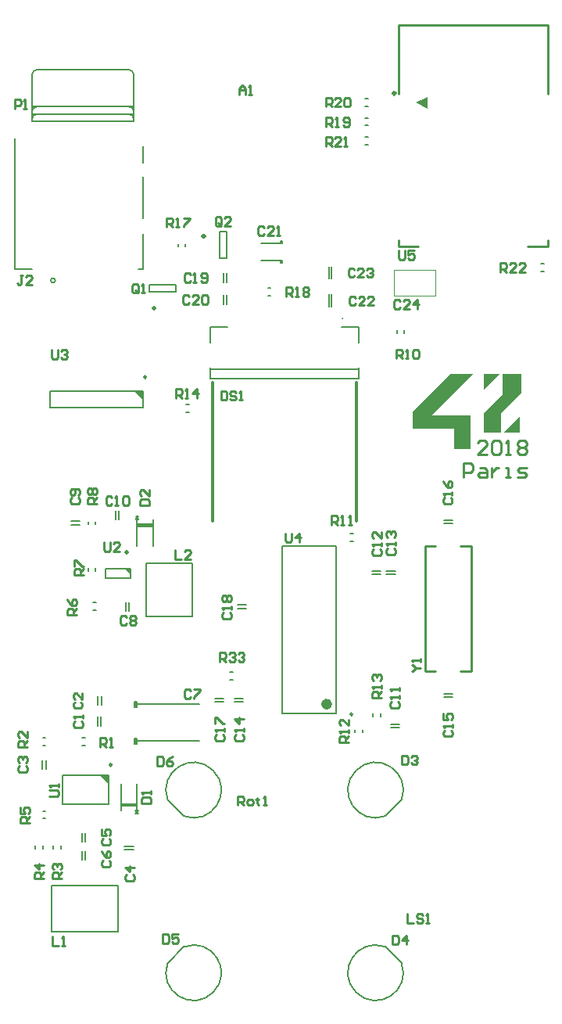
<source format=gto>
G04 Layer_Color=65535*
%FSLAX44Y44*%
%MOMM*%
G71*
G01*
G75*
%ADD35C,0.5000*%
%ADD36C,0.2000*%
%ADD38C,0.3000*%
%ADD49C,0.1270*%
%ADD50C,0.6000*%
%ADD51C,0.2500*%
%ADD52C,0.1016*%
%ADD53C,0.2540*%
G36*
X503750Y683250D02*
X458866Y638366D01*
Y638302D01*
X501538D01*
Y601726D01*
X483250D01*
Y624078D01*
X438546D01*
Y642366D01*
X479430Y683250D01*
X503750D01*
Y683250D01*
D02*
G37*
G36*
X556402Y662686D02*
X534050Y640334D01*
Y620014D01*
X515762D01*
Y641350D01*
X536082Y661670D01*
Y683006D01*
X556402D01*
Y662686D01*
D02*
G37*
G36*
X109560Y239280D02*
X99560Y249280D01*
X109560D01*
Y239280D01*
D02*
G37*
G36*
X132780Y466720D02*
X127170Y472330D01*
X132780D01*
Y466720D01*
D02*
G37*
G36*
X532756Y683006D02*
X515762Y666012D01*
X515762Y683006D01*
X532756Y683006D01*
D02*
G37*
G36*
X454650Y970650D02*
X441950Y977000D01*
X454650Y983350D01*
Y970650D01*
D02*
G37*
G36*
X554370Y620014D02*
X537376Y620014D01*
X554370Y637008D01*
X554370Y620014D01*
D02*
G37*
G36*
X146350Y655000D02*
X136350Y665000D01*
X146350D01*
Y655000D01*
D02*
G37*
D35*
X128845Y489952D02*
X128798Y490000D01*
X128750Y489952D01*
X128798Y489905D01*
X128845Y489952D01*
X212298Y832595D02*
X212250Y832548D01*
X212298Y832500D01*
X212345Y832548D01*
X212298Y832595D01*
X158155Y754798D02*
X158202Y754750D01*
X158250Y754798D01*
X158202Y754845D01*
X158155Y754798D01*
D36*
X51500Y784500D02*
G03*
X51500Y784500I-2500J0D01*
G01*
X190898Y204870D02*
G03*
X173406Y222302I10553J28082D01*
G01*
X173369Y45812D02*
G03*
X190802Y63304I28082J-10553D01*
G01*
X409081Y63341D02*
G03*
X426574Y45908I-10553J-28082D01*
G01*
X426611Y222398D02*
G03*
X409179Y204906I-28082J10553D01*
G01*
X175000Y421200D02*
X200000D01*
Y478800D01*
X150000D02*
X200000D01*
X150000Y421200D02*
Y478800D01*
Y421200D02*
X175000D01*
X119650Y79500D02*
Y104500D01*
X47350Y79500D02*
X119650D01*
X47350D02*
Y129500D01*
X119650D01*
Y104500D02*
Y129500D01*
X297500Y497000D02*
X355500D01*
X297500Y316000D02*
X355500D01*
X297500D02*
Y497000D01*
X355500Y316000D02*
Y497000D01*
X173466Y222302D02*
X190898Y204870D01*
X173369Y45812D02*
X190802Y63244D01*
X409081Y63341D02*
X426514Y45908D01*
X409179Y204966D02*
X426611Y222398D01*
D38*
X420250Y987250D02*
G03*
X420250Y987250I-1500J0D01*
G01*
X222000Y524000D02*
Y674000D01*
X378000Y524000D02*
Y674000D01*
D49*
X31500Y964500D02*
G03*
X26500Y959500I0J-5000D01*
G01*
X31500Y972500D02*
G03*
X26500Y967500I0J-5000D01*
G01*
X31500Y1012500D02*
G03*
X26500Y1007500I0J-5000D01*
G01*
X136500Y959500D02*
G03*
X131500Y964500I-5000J0D01*
G01*
X136500Y967500D02*
G03*
X131500Y972500I-5000J0D01*
G01*
X136500Y1007500D02*
G03*
X131500Y1012500I-5000J0D01*
G01*
X363040Y743500D02*
G03*
X363040Y743500I-540J0D01*
G01*
X193476Y641936D02*
X196524D01*
X193476Y650064D02*
X196524D01*
X146500Y912000D02*
Y929500D01*
Y852000D02*
Y897000D01*
Y802500D02*
Y834500D01*
X26500Y959500D02*
Y964500D01*
X31500D01*
X131500D01*
X136500D01*
Y959500D02*
Y964500D01*
X26500Y967500D02*
Y972500D01*
X31500D01*
X131500D01*
X136500D01*
Y967500D02*
Y972500D01*
X26500Y956500D02*
X136500D01*
X31500Y1012500D02*
X131500D01*
X26500Y956500D02*
Y959500D01*
Y964500D02*
Y967500D01*
Y972500D02*
Y1007500D01*
X136500Y956500D02*
Y959500D01*
Y964500D02*
Y967500D01*
Y972500D02*
Y1007500D01*
X142000Y797000D02*
X146500D01*
Y802500D01*
X8000Y797000D02*
X26500D01*
X8000D02*
Y938500D01*
X219500Y688500D02*
X380500D01*
Y678500D02*
Y690000D01*
X219500Y678500D02*
X380500D01*
X219500D02*
Y690000D01*
X380500Y717000D02*
Y734500D01*
X361500D02*
X380500D01*
X219500D02*
X238500D01*
X219500Y717000D02*
Y734500D01*
X137500Y286000D02*
X207500D01*
X137500Y283000D02*
Y289000D01*
Y323000D02*
Y329000D01*
Y326000D02*
X207500D01*
X137500Y283000D02*
X139500D01*
Y286000D01*
X138500Y283000D02*
Y286000D01*
X137500Y289000D02*
X139500D01*
Y286000D02*
Y289000D01*
X138500Y286000D02*
Y289000D01*
X137500Y329000D02*
X139500D01*
Y326000D02*
Y329000D01*
X138500Y326000D02*
Y329000D01*
X137500Y323000D02*
X139500D01*
Y326000D01*
X138500Y323000D02*
Y326000D01*
X297750Y803500D02*
Y806500D01*
X274750D02*
X297750D01*
X274750Y824500D02*
X297750D01*
Y827500D01*
X295750D02*
X297750D01*
X295750Y824500D02*
Y827500D01*
X296750Y824500D02*
Y827500D01*
X295750Y803500D02*
X297750D01*
X295750D02*
Y806500D01*
X296750Y803500D02*
Y806500D01*
X350996Y786238D02*
Y799262D01*
X348004Y786238D02*
Y799262D01*
Y756488D02*
Y769512D01*
X350996Y756488D02*
Y769512D01*
X240976Y352436D02*
X244024D01*
X240976Y360564D02*
X244024D01*
X387476Y931436D02*
X390524D01*
X387476Y939564D02*
X390524D01*
X387476Y981064D02*
X390524D01*
X387476Y972936D02*
X390524D01*
X387476Y952186D02*
X390524D01*
X387476Y960314D02*
X390524D01*
X281976Y768186D02*
X285024D01*
X281976Y776314D02*
X285024D01*
X192564Y821226D02*
Y824274D01*
X184436Y821226D02*
Y824274D01*
X404064Y312476D02*
Y315524D01*
X395936Y312476D02*
Y315524D01*
X384564Y295476D02*
Y298524D01*
X376436Y295476D02*
Y298524D01*
X370976Y510564D02*
X374024D01*
X370976Y502436D02*
X374024D01*
X87186Y520476D02*
Y523524D01*
X95314Y520476D02*
Y523524D01*
X87186Y470226D02*
Y473274D01*
X95314Y470226D02*
Y473274D01*
X92726Y427686D02*
X95774D01*
X92726Y435814D02*
X95774D01*
X37976Y210314D02*
X41024D01*
X37976Y202186D02*
X41024D01*
X38134Y169726D02*
Y172774D01*
X30006Y169726D02*
Y172774D01*
X49436Y169726D02*
Y172774D01*
X57564Y169726D02*
Y172774D01*
X37976Y281186D02*
X41024D01*
X37976Y289314D02*
X41024D01*
X80976Y281186D02*
X84024D01*
X80976Y289314D02*
X84024D01*
X577976Y802564D02*
X581024D01*
X577976Y794436D02*
X581024D01*
X421703Y727476D02*
Y730524D01*
X429831Y727476D02*
Y730524D01*
X233972Y758988D02*
Y768512D01*
X237528Y758988D02*
Y768512D01*
Y782738D02*
Y792262D01*
X233972Y782738D02*
Y792262D01*
X248738Y433278D02*
X258262D01*
X248738Y429722D02*
X258262D01*
X224738Y332278D02*
X234262D01*
X224738Y328722D02*
X234262D01*
X245738Y332278D02*
X255262D01*
X245738Y328722D02*
X255262D01*
X410238Y466222D02*
X419762D01*
X410238Y469778D02*
X419762D01*
X394738Y466222D02*
X404262D01*
X394738Y469778D02*
X404262D01*
X472238Y521722D02*
X481762D01*
X472238Y525278D02*
X481762D01*
X472238Y337278D02*
X481762D01*
X472238Y333722D02*
X481762D01*
X414738Y304278D02*
X424262D01*
X414738Y300722D02*
X424262D01*
X116972Y525738D02*
Y535262D01*
X120528Y525738D02*
Y535262D01*
X68488Y520222D02*
X78012D01*
X68488Y523778D02*
X78012D01*
X127722Y426738D02*
Y436262D01*
X131278Y426738D02*
Y436262D01*
X84108Y157608D02*
Y167132D01*
X80552Y157608D02*
Y167132D01*
X84108Y176658D02*
Y186182D01*
X80552Y176658D02*
Y186182D01*
X126738Y168222D02*
X136262D01*
X126738Y171778D02*
X136262D01*
X37722Y255488D02*
Y265012D01*
X41278Y255488D02*
Y265012D01*
X101528Y324988D02*
Y334512D01*
X97972Y324988D02*
Y334512D01*
X101278Y302738D02*
Y312262D01*
X97722Y302738D02*
Y312262D01*
X105780Y472330D02*
X132780Y472330D01*
X105780Y462170D02*
Y472330D01*
Y462170D02*
X132780Y462170D01*
Y472330D01*
X229690Y837500D02*
X237310D01*
Y808500D02*
Y837500D01*
X229690Y808500D02*
X237310D01*
X229690D02*
Y837500D01*
X153250Y772190D02*
Y779810D01*
X182250D01*
Y772190D02*
Y779810D01*
X153250Y772190D02*
X182250D01*
X45650Y665000D02*
X146350D01*
X45650Y647000D02*
X146350D01*
Y665000D01*
X45650Y647000D02*
Y665000D01*
X59560Y217280D02*
Y249280D01*
X109560Y217280D02*
Y249280D01*
X59560Y217280D02*
X109560D01*
X59560Y249280D02*
X109560D01*
X140250Y520500D02*
X157250D01*
X140250Y518500D02*
X157250D01*
Y497000D02*
Y526000D01*
X140250Y497022D02*
Y526000D01*
Y519500D02*
X157250D01*
X140250Y526000D02*
Y529000D01*
X141750Y526000D01*
X138750D02*
X140250Y529000D01*
X138750Y526000D02*
X141750D01*
X138750Y529000D02*
X141750D01*
X123000Y216000D02*
X140000D01*
X123000Y218000D02*
X140000D01*
X123000Y210500D02*
Y239500D01*
X140000Y210500D02*
Y239478D01*
X123000Y217000D02*
X140000D01*
Y207500D02*
Y210500D01*
X138500D02*
X140000Y207500D01*
X141500Y210500D01*
X138500D02*
X141500D01*
X138500Y207500D02*
X141500D01*
D50*
X348500Y326000D02*
G03*
X348500Y326000I-3000J0D01*
G01*
D51*
X373750Y314950D02*
G03*
X373750Y314950I-1250J0D01*
G01*
X150200Y680000D02*
G03*
X150200Y680000I-1250J0D01*
G01*
X112810Y260280D02*
G03*
X112810Y260280I-1250J0D01*
G01*
D52*
X418775Y795970D02*
X463225D01*
Y768030D02*
Y795970D01*
X418775Y768030D02*
X463225D01*
X418775D02*
Y795970D01*
D53*
X423415Y986165D02*
Y1060710D01*
Y821317D02*
Y827835D01*
X585088Y986162D02*
Y1060710D01*
Y821317D02*
Y827838D01*
X423415Y1060710D02*
X585088D01*
X423415Y821317D02*
X444933D01*
X563567D02*
X585088D01*
X452000Y361500D02*
Y497500D01*
Y361500D02*
X463500D01*
X452000Y497500D02*
X463500D01*
X490500D02*
X502000D01*
X490500Y361500D02*
X502000D01*
Y497500D01*
X519544Y596168D02*
X509387D01*
X519544Y606325D01*
Y608864D01*
X517005Y611403D01*
X511926D01*
X509387Y608864D01*
X524622D02*
X527161Y611403D01*
X532240D01*
X534779Y608864D01*
Y598707D01*
X532240Y596168D01*
X527161D01*
X524622Y598707D01*
Y608864D01*
X539857Y596168D02*
X544936D01*
X542397D01*
Y611403D01*
X539857Y608864D01*
X552553D02*
X555093Y611403D01*
X560171D01*
X562710Y608864D01*
Y606325D01*
X560171Y603786D01*
X562710Y601246D01*
Y598707D01*
X560171Y596168D01*
X555093D01*
X552553Y598707D01*
Y601246D01*
X555093Y603786D01*
X552553Y606325D01*
Y608864D01*
X555093Y603786D02*
X560171D01*
X494152Y571790D02*
Y587025D01*
X501770D01*
X504309Y584486D01*
Y579408D01*
X501770Y576868D01*
X494152D01*
X511926Y581947D02*
X517005D01*
X519544Y579408D01*
Y571790D01*
X511926D01*
X509387Y574329D01*
X511926Y576868D01*
X519544D01*
X524622Y581947D02*
Y571790D01*
Y576868D01*
X527161Y579408D01*
X529701Y581947D01*
X532240D01*
X539857Y571790D02*
X544936D01*
X542397D01*
Y581947D01*
X539857D01*
X552553Y571790D02*
X560171D01*
X562710Y574329D01*
X560171Y576868D01*
X555093D01*
X552553Y579408D01*
X555093Y581947D01*
X562710D01*
X182000Y657000D02*
Y666997D01*
X186998D01*
X188664Y665331D01*
Y661998D01*
X186998Y660332D01*
X182000D01*
X185332D02*
X188664Y657000D01*
X191997D02*
X195329D01*
X193663D01*
Y666997D01*
X191997Y665331D01*
X205326Y657000D02*
Y666997D01*
X200327Y661998D01*
X206992D01*
X420767Y700000D02*
Y709997D01*
X425765D01*
X427431Y708331D01*
Y704998D01*
X425765Y703332D01*
X420767D01*
X424099D02*
X427431Y700000D01*
X430764D02*
X434096D01*
X432430D01*
Y709997D01*
X430764Y708331D01*
X439094D02*
X440760Y709997D01*
X444093D01*
X445759Y708331D01*
Y701666D01*
X444093Y700000D01*
X440760D01*
X439094Y701666D01*
Y708331D01*
X534000Y793500D02*
Y803497D01*
X538998D01*
X540664Y801831D01*
Y798498D01*
X538998Y796832D01*
X534000D01*
X537332D02*
X540664Y793500D01*
X550661D02*
X543997D01*
X550661Y800164D01*
Y801831D01*
X548995Y803497D01*
X545663D01*
X543997Y801831D01*
X560658Y793500D02*
X553994D01*
X560658Y800164D01*
Y801831D01*
X558992Y803497D01*
X555660D01*
X553994Y801831D01*
X250952Y986028D02*
Y992692D01*
X254284Y996025D01*
X257617Y992692D01*
Y986028D01*
Y991026D01*
X250952D01*
X260949Y986028D02*
X264281D01*
X262615D01*
Y996025D01*
X260949Y994359D01*
X73169Y307665D02*
X71503Y305998D01*
Y302666D01*
X73169Y301000D01*
X79834D01*
X81500Y302666D01*
Y305998D01*
X79834Y307665D01*
X81500Y310997D02*
Y314329D01*
Y312663D01*
X71503D01*
X73169Y310997D01*
X72669Y328164D02*
X71003Y326498D01*
Y323166D01*
X72669Y321500D01*
X79334D01*
X81000Y323166D01*
Y326498D01*
X79334Y328164D01*
X81000Y338161D02*
Y331497D01*
X74335Y338161D01*
X72669D01*
X71003Y336495D01*
Y333163D01*
X72669Y331497D01*
X13169Y259165D02*
X11503Y257498D01*
Y254166D01*
X13169Y252500D01*
X19834D01*
X21500Y254166D01*
Y257498D01*
X19834Y259165D01*
X13169Y262497D02*
X11503Y264163D01*
Y267495D01*
X13169Y269161D01*
X14835D01*
X16502Y267495D01*
Y265829D01*
Y267495D01*
X18168Y269161D01*
X19834D01*
X21500Y267495D01*
Y264163D01*
X19834Y262497D01*
X128669Y141165D02*
X127003Y139498D01*
Y136166D01*
X128669Y134500D01*
X135334D01*
X137000Y136166D01*
Y139498D01*
X135334Y141165D01*
X137000Y149495D02*
X127003D01*
X132002Y144497D01*
Y151161D01*
X103169Y180665D02*
X101503Y178998D01*
Y175666D01*
X103169Y174000D01*
X109834D01*
X111500Y175666D01*
Y178998D01*
X109834Y180665D01*
X101503Y190661D02*
Y183997D01*
X106502D01*
X104836Y187329D01*
Y188995D01*
X106502Y190661D01*
X109834D01*
X111500Y188995D01*
Y185663D01*
X109834Y183997D01*
X103169Y156664D02*
X101503Y154998D01*
Y151666D01*
X103169Y150000D01*
X109834D01*
X111500Y151666D01*
Y154998D01*
X109834Y156664D01*
X101503Y166661D02*
X103169Y163329D01*
X106502Y159997D01*
X109834D01*
X111500Y161663D01*
Y164995D01*
X109834Y166661D01*
X108168D01*
X106502Y164995D01*
Y159997D01*
X198165Y340331D02*
X196498Y341997D01*
X193166D01*
X191500Y340331D01*
Y333666D01*
X193166Y332000D01*
X196498D01*
X198165Y333666D01*
X201497Y341997D02*
X208161D01*
Y340331D01*
X201497Y333666D01*
Y332000D01*
X128665Y419831D02*
X126998Y421497D01*
X123666D01*
X122000Y419831D01*
Y413166D01*
X123666Y411500D01*
X126998D01*
X128665Y413166D01*
X131997Y419831D02*
X133663Y421497D01*
X136995D01*
X138661Y419831D01*
Y418164D01*
X136995Y416498D01*
X138661Y414832D01*
Y413166D01*
X136995Y411500D01*
X133663D01*
X131997Y413166D01*
Y414832D01*
X133663Y416498D01*
X131997Y418164D01*
Y419831D01*
X133663Y416498D02*
X136995D01*
X69669Y549165D02*
X68003Y547498D01*
Y544166D01*
X69669Y542500D01*
X76334D01*
X78000Y544166D01*
Y547498D01*
X76334Y549165D01*
Y552497D02*
X78000Y554163D01*
Y557495D01*
X76334Y559161D01*
X69669D01*
X68003Y557495D01*
Y554163D01*
X69669Y552497D01*
X71336D01*
X73002Y554163D01*
Y559161D01*
X113165Y549831D02*
X111498Y551497D01*
X108166D01*
X106500Y549831D01*
Y543166D01*
X108166Y541500D01*
X111498D01*
X113165Y543166D01*
X116497Y541500D02*
X119829D01*
X118163D01*
Y551497D01*
X116497Y549831D01*
X124827D02*
X126494Y551497D01*
X129826D01*
X131492Y549831D01*
Y543166D01*
X129826Y541500D01*
X126494D01*
X124827Y543166D01*
Y549831D01*
X416169Y328665D02*
X414503Y326998D01*
Y323666D01*
X416169Y322000D01*
X422834D01*
X424500Y323666D01*
Y326998D01*
X422834Y328665D01*
X424500Y331997D02*
Y335329D01*
Y333663D01*
X414503D01*
X416169Y331997D01*
X424500Y340327D02*
Y343660D01*
Y341994D01*
X414503D01*
X416169Y340327D01*
X473669Y297665D02*
X472003Y295998D01*
Y292666D01*
X473669Y291000D01*
X480334D01*
X482000Y292666D01*
Y295998D01*
X480334Y297665D01*
X482000Y300997D02*
Y304329D01*
Y302663D01*
X472003D01*
X473669Y300997D01*
X472003Y315992D02*
Y309327D01*
X477002D01*
X475336Y312660D01*
Y314326D01*
X477002Y315992D01*
X480334D01*
X482000Y314326D01*
Y310994D01*
X480334Y309327D01*
X473169Y549165D02*
X471503Y547498D01*
Y544166D01*
X473169Y542500D01*
X479834D01*
X481500Y544166D01*
Y547498D01*
X479834Y549165D01*
X481500Y552497D02*
Y555829D01*
Y554163D01*
X471503D01*
X473169Y552497D01*
X471503Y567492D02*
X473169Y564160D01*
X476502Y560827D01*
X479834D01*
X481500Y562494D01*
Y565826D01*
X479834Y567492D01*
X478168D01*
X476502Y565826D01*
Y560827D01*
X396169Y493664D02*
X394503Y491998D01*
Y488666D01*
X396169Y487000D01*
X402834D01*
X404500Y488666D01*
Y491998D01*
X402834Y493664D01*
X404500Y496997D02*
Y500329D01*
Y498663D01*
X394503D01*
X396169Y496997D01*
X404500Y511992D02*
Y505327D01*
X397836Y511992D01*
X396169D01*
X394503Y510326D01*
Y506993D01*
X396169Y505327D01*
X411669Y494664D02*
X410003Y492998D01*
Y489666D01*
X411669Y488000D01*
X418334D01*
X420000Y489666D01*
Y492998D01*
X418334Y494664D01*
X420000Y497997D02*
Y501329D01*
Y499663D01*
X410003D01*
X411669Y497997D01*
Y506327D02*
X410003Y507994D01*
Y511326D01*
X411669Y512992D01*
X413335D01*
X415002Y511326D01*
Y509660D01*
Y511326D01*
X416668Y512992D01*
X418334D01*
X420000Y511326D01*
Y507994D01*
X418334Y506327D01*
X247169Y293165D02*
X245503Y291498D01*
Y288166D01*
X247169Y286500D01*
X253834D01*
X255500Y288166D01*
Y291498D01*
X253834Y293165D01*
X255500Y296497D02*
Y299829D01*
Y298163D01*
X245503D01*
X247169Y296497D01*
X255500Y309826D02*
X245503D01*
X250502Y304827D01*
Y311492D01*
X226169Y293165D02*
X224503Y291498D01*
Y288166D01*
X226169Y286500D01*
X232834D01*
X234500Y288166D01*
Y291498D01*
X232834Y293165D01*
X234500Y296497D02*
Y299829D01*
Y298163D01*
X224503D01*
X226169Y296497D01*
X224503Y304827D02*
Y311492D01*
X226169D01*
X232834Y304827D01*
X234500D01*
X233669Y425164D02*
X232003Y423498D01*
Y420166D01*
X233669Y418500D01*
X240334D01*
X242000Y420166D01*
Y423498D01*
X240334Y425164D01*
X242000Y428497D02*
Y431829D01*
Y430163D01*
X232003D01*
X233669Y428497D01*
Y436827D02*
X232003Y438493D01*
Y441826D01*
X233669Y443492D01*
X235336D01*
X237002Y441826D01*
X238668Y443492D01*
X240334D01*
X242000Y441826D01*
Y438493D01*
X240334Y436827D01*
X238668D01*
X237002Y438493D01*
X235336Y436827D01*
X233669D01*
X237002Y438493D02*
Y441826D01*
X197915Y790581D02*
X196248Y792247D01*
X192916D01*
X191250Y790581D01*
Y783916D01*
X192916Y782250D01*
X196248D01*
X197915Y783916D01*
X201247Y782250D02*
X204579D01*
X202913D01*
Y792247D01*
X201247Y790581D01*
X209577Y783916D02*
X211243Y782250D01*
X214576D01*
X216242Y783916D01*
Y790581D01*
X214576Y792247D01*
X211243D01*
X209577Y790581D01*
Y788914D01*
X211243Y787248D01*
X216242D01*
X196665Y767081D02*
X194998Y768747D01*
X191666D01*
X190000Y767081D01*
Y760416D01*
X191666Y758750D01*
X194998D01*
X196665Y760416D01*
X206661Y758750D02*
X199997D01*
X206661Y765415D01*
Y767081D01*
X204995Y768747D01*
X201663D01*
X199997Y767081D01*
X209993D02*
X211660Y768747D01*
X214992D01*
X216658Y767081D01*
Y760416D01*
X214992Y758750D01*
X211660D01*
X209993Y760416D01*
Y767081D01*
X278165Y841331D02*
X276498Y842997D01*
X273166D01*
X271500Y841331D01*
Y834666D01*
X273166Y833000D01*
X276498D01*
X278165Y834666D01*
X288161Y833000D02*
X281497D01*
X288161Y839665D01*
Y841331D01*
X286495Y842997D01*
X283163D01*
X281497Y841331D01*
X291493Y833000D02*
X294826D01*
X293160D01*
Y842997D01*
X291493Y841331D01*
X376665Y765831D02*
X374998Y767497D01*
X371666D01*
X370000Y765831D01*
Y759166D01*
X371666Y757500D01*
X374998D01*
X376665Y759166D01*
X386661Y757500D02*
X379997D01*
X386661Y764165D01*
Y765831D01*
X384995Y767497D01*
X381663D01*
X379997Y765831D01*
X396658Y757500D02*
X389994D01*
X396658Y764165D01*
Y765831D01*
X394992Y767497D01*
X391660D01*
X389994Y765831D01*
X375664Y796331D02*
X373998Y797997D01*
X370666D01*
X369000Y796331D01*
Y789666D01*
X370666Y788000D01*
X373998D01*
X375664Y789666D01*
X385661Y788000D02*
X378997D01*
X385661Y794665D01*
Y796331D01*
X383995Y797997D01*
X380663D01*
X378997Y796331D01*
X388994D02*
X390660Y797997D01*
X393992D01*
X395658Y796331D01*
Y794665D01*
X393992Y792998D01*
X392326D01*
X393992D01*
X395658Y791332D01*
Y789666D01*
X393992Y788000D01*
X390660D01*
X388994Y789666D01*
X425415Y762081D02*
X423748Y763747D01*
X420416D01*
X418750Y762081D01*
Y755416D01*
X420416Y753750D01*
X423748D01*
X425415Y755416D01*
X435411Y753750D02*
X428747D01*
X435411Y760415D01*
Y762081D01*
X433745Y763747D01*
X430413D01*
X428747Y762081D01*
X443742Y753750D02*
Y763747D01*
X438744Y758748D01*
X445408D01*
X145003Y218500D02*
X155000D01*
Y223498D01*
X153334Y225165D01*
X146669D01*
X145003Y223498D01*
Y218500D01*
X155000Y228497D02*
Y231829D01*
Y230163D01*
X145003D01*
X146669Y228497D01*
X143503Y541500D02*
X153500D01*
Y546498D01*
X151834Y548164D01*
X145169D01*
X143503Y546498D01*
Y541500D01*
X153500Y558161D02*
Y551497D01*
X146835Y558161D01*
X145169D01*
X143503Y556495D01*
Y553163D01*
X145169Y551497D01*
X427000Y270497D02*
Y260500D01*
X431998D01*
X433665Y262166D01*
Y268831D01*
X431998Y270497D01*
X427000D01*
X436997Y268831D02*
X438663Y270497D01*
X441995D01*
X443661Y268831D01*
Y267164D01*
X441995Y265498D01*
X440329D01*
X441995D01*
X443661Y263832D01*
Y262166D01*
X441995Y260500D01*
X438663D01*
X436997Y262166D01*
X416750Y75747D02*
Y65750D01*
X421748D01*
X423414Y67416D01*
Y74081D01*
X421748Y75747D01*
X416750D01*
X431745Y65750D02*
Y75747D01*
X426747Y70748D01*
X433411D01*
X168250Y77247D02*
Y67250D01*
X173248D01*
X174914Y68916D01*
Y75581D01*
X173248Y77247D01*
X168250D01*
X184911D02*
X178247D01*
Y72248D01*
X181579Y73914D01*
X183245D01*
X184911Y72248D01*
Y68916D01*
X183245Y67250D01*
X179913D01*
X178247Y68916D01*
X161750Y268997D02*
Y259000D01*
X166748D01*
X168414Y260666D01*
Y267331D01*
X166748Y268997D01*
X161750D01*
X178411D02*
X175079Y267331D01*
X171747Y263998D01*
Y260666D01*
X173413Y259000D01*
X176745D01*
X178411Y260666D01*
Y262332D01*
X176745Y263998D01*
X171747D01*
X231000Y664997D02*
Y655000D01*
X235998D01*
X237665Y656666D01*
Y663331D01*
X235998Y664997D01*
X231000D01*
X247661Y663331D02*
X245995Y664997D01*
X242663D01*
X240997Y663331D01*
Y661665D01*
X242663Y659998D01*
X245995D01*
X247661Y658332D01*
Y656666D01*
X245995Y655000D01*
X242663D01*
X240997Y656666D01*
X250994Y655000D02*
X254326D01*
X252660D01*
Y664997D01*
X250994Y663331D01*
X16665Y789997D02*
X13332D01*
X14998D01*
Y781666D01*
X13332Y780000D01*
X11666D01*
X10000Y781666D01*
X26661Y780000D02*
X19997D01*
X26661Y786665D01*
Y788331D01*
X24995Y789997D01*
X21663D01*
X19997Y788331D01*
X48500Y74497D02*
Y64500D01*
X55164D01*
X58497D02*
X61829D01*
X60163D01*
Y74497D01*
X58497Y72831D01*
X181500Y492997D02*
Y483000D01*
X188165D01*
X198161D02*
X191497D01*
X198161Y489664D01*
Y491331D01*
X196495Y492997D01*
X193163D01*
X191497Y491331D01*
X433000Y98997D02*
Y89000D01*
X439664D01*
X449661Y97331D02*
X447995Y98997D01*
X444663D01*
X442997Y97331D01*
Y95665D01*
X444663Y93998D01*
X447995D01*
X449661Y92332D01*
Y90666D01*
X447995Y89000D01*
X444663D01*
X442997Y90666D01*
X452994Y89000D02*
X456326D01*
X454660D01*
Y98997D01*
X452994Y97331D01*
X7500Y970500D02*
Y980497D01*
X12498D01*
X14165Y978831D01*
Y975498D01*
X12498Y973832D01*
X7500D01*
X17497Y970500D02*
X20829D01*
X19163D01*
Y980497D01*
X17497Y978831D01*
X141664Y772666D02*
Y779331D01*
X139998Y780997D01*
X136666D01*
X135000Y779331D01*
Y772666D01*
X136666Y771000D01*
X139998D01*
X138332Y774332D02*
X141664Y771000D01*
X139998D02*
X141664Y772666D01*
X144997Y771000D02*
X148329D01*
X146663D01*
Y780997D01*
X144997Y779331D01*
X231665Y845416D02*
Y852081D01*
X229998Y853747D01*
X226666D01*
X225000Y852081D01*
Y845416D01*
X226666Y843750D01*
X229998D01*
X228332Y847082D02*
X231665Y843750D01*
X229998D02*
X231665Y845416D01*
X241661Y843750D02*
X234997D01*
X241661Y850415D01*
Y852081D01*
X239995Y853747D01*
X236663D01*
X234997Y852081D01*
X100000Y279500D02*
Y289497D01*
X104998D01*
X106664Y287831D01*
Y284498D01*
X104998Y282832D01*
X100000D01*
X103332D02*
X106664Y279500D01*
X109997D02*
X113329D01*
X111663D01*
Y289497D01*
X109997Y287831D01*
X21000Y279500D02*
X11003D01*
Y284498D01*
X12669Y286164D01*
X16002D01*
X17668Y284498D01*
Y279500D01*
Y282832D02*
X21000Y286164D01*
Y296161D02*
Y289497D01*
X14336Y296161D01*
X12669D01*
X11003Y294495D01*
Y291163D01*
X12669Y289497D01*
X58500Y137000D02*
X48503D01*
Y141998D01*
X50169Y143665D01*
X53502D01*
X55168Y141998D01*
Y137000D01*
Y140332D02*
X58500Y143665D01*
X50169Y146997D02*
X48503Y148663D01*
Y151995D01*
X50169Y153661D01*
X51835D01*
X53502Y151995D01*
Y150329D01*
Y151995D01*
X55168Y153661D01*
X56834D01*
X58500Y151995D01*
Y148663D01*
X56834Y146997D01*
X39000Y137000D02*
X29003D01*
Y141998D01*
X30669Y143665D01*
X34002D01*
X35668Y141998D01*
Y137000D01*
Y140332D02*
X39000Y143665D01*
Y151995D02*
X29003D01*
X34002Y146997D01*
Y153661D01*
X23500Y197500D02*
X13503D01*
Y202498D01*
X15169Y204165D01*
X18502D01*
X20168Y202498D01*
Y197500D01*
Y200832D02*
X23500Y204165D01*
X13503Y214161D02*
Y207497D01*
X18502D01*
X16836Y210829D01*
Y212495D01*
X18502Y214161D01*
X21834D01*
X23500Y212495D01*
Y209163D01*
X21834Y207497D01*
X74500Y422500D02*
X64503D01*
Y427498D01*
X66169Y429165D01*
X69502D01*
X71168Y427498D01*
Y422500D01*
Y425832D02*
X74500Y429165D01*
X64503Y439161D02*
X66169Y435829D01*
X69502Y432497D01*
X72834D01*
X74500Y434163D01*
Y437495D01*
X72834Y439161D01*
X71168D01*
X69502Y437495D01*
Y432497D01*
X82000Y465500D02*
X72003D01*
Y470498D01*
X73669Y472164D01*
X77002D01*
X78668Y470498D01*
Y465500D01*
Y468832D02*
X82000Y472164D01*
X72003Y475497D02*
Y482161D01*
X73669D01*
X80334Y475497D01*
X82000D01*
X96500Y543000D02*
X86503D01*
Y547998D01*
X88169Y549664D01*
X91502D01*
X93168Y547998D01*
Y543000D01*
Y546332D02*
X96500Y549664D01*
X88169Y552997D02*
X86503Y554663D01*
Y557995D01*
X88169Y559661D01*
X89836D01*
X91502Y557995D01*
X93168Y559661D01*
X94834D01*
X96500Y557995D01*
Y554663D01*
X94834Y552997D01*
X93168D01*
X91502Y554663D01*
X89836Y552997D01*
X88169D01*
X91502Y554663D02*
Y557995D01*
X351000Y520000D02*
Y529997D01*
X355998D01*
X357664Y528331D01*
Y524998D01*
X355998Y523332D01*
X351000D01*
X354332D02*
X357664Y520000D01*
X360997D02*
X364329D01*
X362663D01*
Y529997D01*
X360997Y528331D01*
X369327Y520000D02*
X372660D01*
X370994D01*
Y529997D01*
X369327Y528331D01*
X369500Y284500D02*
X359503D01*
Y289498D01*
X361169Y291164D01*
X364502D01*
X366168Y289498D01*
Y284500D01*
Y287832D02*
X369500Y291164D01*
Y294497D02*
Y297829D01*
Y296163D01*
X359503D01*
X361169Y294497D01*
X369500Y309492D02*
Y302827D01*
X362836Y309492D01*
X361169D01*
X359503Y307826D01*
Y304494D01*
X361169Y302827D01*
X405000Y333000D02*
X395003D01*
Y337998D01*
X396669Y339664D01*
X400002D01*
X401668Y337998D01*
Y333000D01*
Y336332D02*
X405000Y339664D01*
Y342997D02*
Y346329D01*
Y344663D01*
X395003D01*
X396669Y342997D01*
Y351327D02*
X395003Y352994D01*
Y356326D01*
X396669Y357992D01*
X398335D01*
X400002Y356326D01*
Y354660D01*
Y356326D01*
X401668Y357992D01*
X403334D01*
X405000Y356326D01*
Y352994D01*
X403334Y351327D01*
X172250Y842250D02*
Y852247D01*
X177248D01*
X178915Y850581D01*
Y847248D01*
X177248Y845582D01*
X172250D01*
X175582D02*
X178915Y842250D01*
X182247D02*
X185579D01*
X183913D01*
Y852247D01*
X182247Y850581D01*
X190577Y852247D02*
X197242D01*
Y850581D01*
X190577Y843916D01*
Y842250D01*
X301500Y767000D02*
Y776997D01*
X306498D01*
X308165Y775331D01*
Y771998D01*
X306498Y770332D01*
X301500D01*
X304832D02*
X308165Y767000D01*
X311497D02*
X314829D01*
X313163D01*
Y776997D01*
X311497Y775331D01*
X319827D02*
X321494Y776997D01*
X324826D01*
X326492Y775331D01*
Y773664D01*
X324826Y771998D01*
X326492Y770332D01*
Y768666D01*
X324826Y767000D01*
X321494D01*
X319827Y768666D01*
Y770332D01*
X321494Y771998D01*
X319827Y773664D01*
Y775331D01*
X321494Y771998D02*
X324826D01*
X345000Y951000D02*
Y960997D01*
X349998D01*
X351665Y959331D01*
Y955998D01*
X349998Y954332D01*
X345000D01*
X348332D02*
X351665Y951000D01*
X354997D02*
X358329D01*
X356663D01*
Y960997D01*
X354997Y959331D01*
X363327Y952666D02*
X364994Y951000D01*
X368326D01*
X369992Y952666D01*
Y959331D01*
X368326Y960997D01*
X364994D01*
X363327Y959331D01*
Y957664D01*
X364994Y955998D01*
X369992D01*
X344500Y972500D02*
Y982497D01*
X349498D01*
X351165Y980831D01*
Y977498D01*
X349498Y975832D01*
X344500D01*
X347832D02*
X351165Y972500D01*
X361161D02*
X354497D01*
X361161Y979165D01*
Y980831D01*
X359495Y982497D01*
X356163D01*
X354497Y980831D01*
X364494D02*
X366160Y982497D01*
X369492D01*
X371158Y980831D01*
Y974166D01*
X369492Y972500D01*
X366160D01*
X364494Y974166D01*
Y980831D01*
X344500Y930000D02*
Y939997D01*
X349498D01*
X351165Y938331D01*
Y934998D01*
X349498Y933332D01*
X344500D01*
X347832D02*
X351165Y930000D01*
X361161D02*
X354497D01*
X361161Y936665D01*
Y938331D01*
X359495Y939997D01*
X356163D01*
X354497Y938331D01*
X364494Y930000D02*
X367826D01*
X366160D01*
Y939997D01*
X364494Y938331D01*
X229616Y371602D02*
Y381599D01*
X234614D01*
X236280Y379933D01*
Y376600D01*
X234614Y374934D01*
X229616D01*
X232948D02*
X236280Y371602D01*
X239613Y379933D02*
X241279Y381599D01*
X244611D01*
X246277Y379933D01*
Y378266D01*
X244611Y376600D01*
X242945D01*
X244611D01*
X246277Y374934D01*
Y373268D01*
X244611Y371602D01*
X241279D01*
X239613Y373268D01*
X249610Y379933D02*
X251276Y381599D01*
X254608D01*
X256274Y379933D01*
Y378266D01*
X254608Y376600D01*
X252942D01*
X254608D01*
X256274Y374934D01*
Y373268D01*
X254608Y371602D01*
X251276D01*
X249610Y373268D01*
X249000Y216500D02*
Y226497D01*
X253998D01*
X255665Y224831D01*
Y221498D01*
X253998Y219832D01*
X249000D01*
X252332D02*
X255665Y216500D01*
X260663D02*
X263995D01*
X265661Y218166D01*
Y221498D01*
X263995Y223165D01*
X260663D01*
X258997Y221498D01*
Y218166D01*
X260663Y216500D01*
X270660Y224831D02*
Y223165D01*
X268994D01*
X272326D01*
X270660D01*
Y218166D01*
X272326Y216500D01*
X277324D02*
X280657D01*
X278990D01*
Y226497D01*
X277324Y224831D01*
X45003Y226000D02*
X53334D01*
X55000Y227666D01*
Y230998D01*
X53334Y232665D01*
X45003D01*
X55000Y235997D02*
Y239329D01*
Y237663D01*
X45003D01*
X46669Y235997D01*
X104500Y500997D02*
Y492666D01*
X106166Y491000D01*
X109498D01*
X111165Y492666D01*
Y500997D01*
X121161Y491000D02*
X114497D01*
X121161Y497664D01*
Y499331D01*
X119495Y500997D01*
X116163D01*
X114497Y499331D01*
X47538Y709509D02*
Y701178D01*
X49204Y699512D01*
X52536D01*
X54202Y701178D01*
Y709509D01*
X57535Y707843D02*
X59201Y709509D01*
X62533D01*
X64199Y707843D01*
Y706177D01*
X62533Y704510D01*
X60867D01*
X62533D01*
X64199Y702844D01*
Y701178D01*
X62533Y699512D01*
X59201D01*
X57535Y701178D01*
X301000Y510997D02*
Y502666D01*
X302666Y501000D01*
X305998D01*
X307665Y502666D01*
Y510997D01*
X315995Y501000D02*
Y510997D01*
X310997Y505998D01*
X317661D01*
X423750Y816747D02*
Y808416D01*
X425416Y806750D01*
X428748D01*
X430415Y808416D01*
Y816747D01*
X440411D02*
X433747D01*
Y811748D01*
X437079Y813415D01*
X438745D01*
X440411Y811748D01*
Y808416D01*
X438745Y806750D01*
X435413D01*
X433747Y808416D01*
X437503Y362000D02*
X439169D01*
X442502Y365332D01*
X439169Y368665D01*
X437503D01*
X442502Y365332D02*
X447500D01*
Y371997D02*
Y375329D01*
Y373663D01*
X437503D01*
X439169Y371997D01*
M02*

</source>
